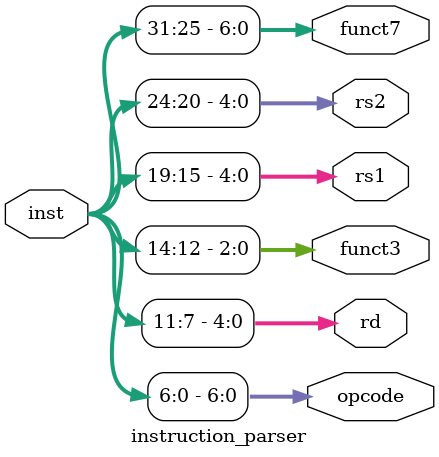
<source format=v>
module instruction_parser(
input [31:0] inst,
output [6:0] opcode,
output [4:0] rd,
output [2:0] funct3,
output [4:0] rs1,
output [4:0] rs2,
output [6:0] funct7
);

assign opcode = inst[6:0];
assign rd= inst[11:7];
assign funct3 =inst[14:12];
assign rs1 = inst[19:15];
assign rs2 = inst[24:20];
assign funct7 = inst[31:25];
endmodule


</source>
